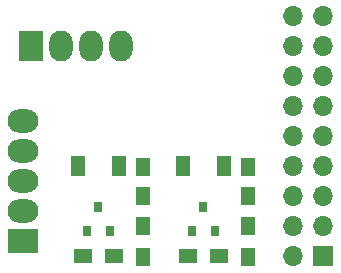
<source format=gbr>
%TF.GenerationSoftware,KiCad,Pcbnew,4.0.7*%
%TF.CreationDate,2018-08-19T23:23:26+02:00*%
%TF.ProjectId,HB-UNI-644-S4-A4,48422D554E492D3634342D53342D4134,2.0*%
%TF.FileFunction,Soldermask,Bot*%
%FSLAX46Y46*%
G04 Gerber Fmt 4.6, Leading zero omitted, Abs format (unit mm)*
G04 Created by KiCad (PCBNEW 4.0.7) date 08/19/18 23:23:26*
%MOMM*%
%LPD*%
G01*
G04 APERTURE LIST*
%ADD10C,0.100000*%
%ADD11R,1.700000X1.700000*%
%ADD12O,1.700000X1.700000*%
%ADD13R,1.250000X1.500000*%
%ADD14R,1.300000X1.700000*%
%ADD15R,2.000000X2.600000*%
%ADD16O,2.000000X2.600000*%
%ADD17R,2.600000X2.000000*%
%ADD18O,2.600000X2.000000*%
%ADD19R,0.800000X0.900000*%
%ADD20R,1.500000X1.300000*%
%ADD21R,1.300000X1.500000*%
G04 APERTURE END LIST*
D10*
D11*
X118110000Y-104140000D03*
D12*
X115570000Y-104140000D03*
X118110000Y-101600000D03*
X115570000Y-101600000D03*
X118110000Y-99060000D03*
X115570000Y-99060000D03*
X118110000Y-96520000D03*
X115570000Y-96520000D03*
X118110000Y-93980000D03*
X115570000Y-93980000D03*
X118110000Y-91440000D03*
X115570000Y-91440000D03*
X118110000Y-88900000D03*
X115570000Y-88900000D03*
X118110000Y-86360000D03*
X115570000Y-86360000D03*
X118110000Y-83820000D03*
X115570000Y-83820000D03*
D13*
X102870000Y-96540000D03*
X102870000Y-99040000D03*
X111760000Y-96540000D03*
X111760000Y-99040000D03*
D14*
X100810000Y-96520000D03*
X97310000Y-96520000D03*
X109700000Y-96520000D03*
X106200000Y-96520000D03*
D15*
X93345000Y-86360000D03*
D16*
X95885000Y-86360000D03*
X98425000Y-86360000D03*
X100965000Y-86360000D03*
D17*
X92710000Y-102870000D03*
D18*
X92710000Y-100330000D03*
X92710000Y-97790000D03*
X92710000Y-95250000D03*
X92710000Y-92710000D03*
D19*
X100010000Y-101965000D03*
X98110000Y-101965000D03*
X99060000Y-99965000D03*
X108900000Y-101965000D03*
X107000000Y-101965000D03*
X107950000Y-99965000D03*
D20*
X100410000Y-104140000D03*
X97710000Y-104140000D03*
X109300000Y-104140000D03*
X106600000Y-104140000D03*
D21*
X102870000Y-101520000D03*
X102870000Y-104220000D03*
X111760000Y-101520000D03*
X111760000Y-104220000D03*
M02*

</source>
